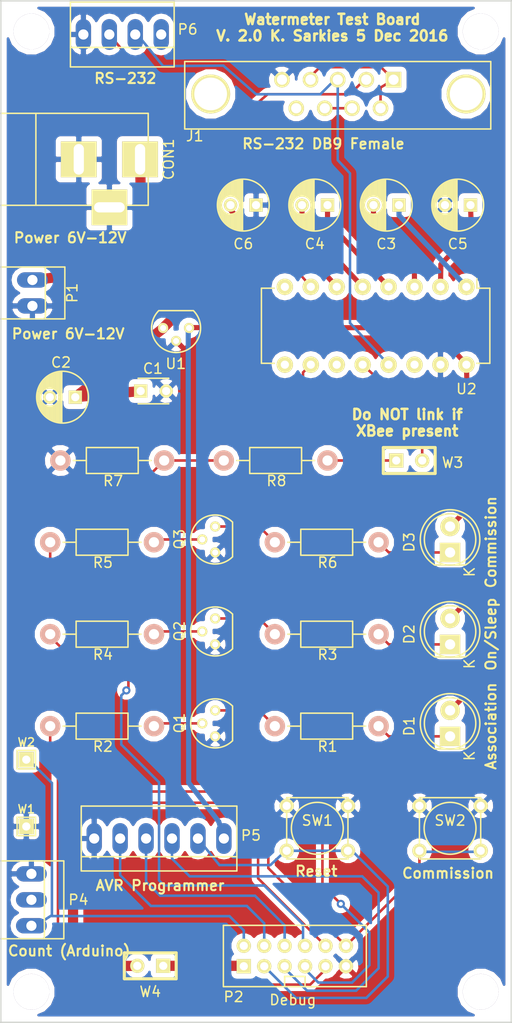
<source format=kicad_pcb>
(kicad_pcb (version 4) (host pcbnew 4.0.5-e0-6337~49~ubuntu14.04.1)
  (layers (0 F.Cu signal hide) (31 B.Cu signal hide) (34 B.Paste user hide) (35 F.Paste user hide) (36 B.SilkS user hide) (37 F.SilkS user) (38 B.Mask user hide) (39 F.Mask user hide) (44 Edge.Cuts user))
  (net 0 "")
  (net 1 /Battery)
  (net 2 Earth)
  (net 3 VCC)
  (net 4 "Net-(C3-Pad1)")
  (net 5 "Net-(C3-Pad2)")
  (net 6 "Net-(C4-Pad1)")
  (net 7 "Net-(C4-Pad2)")
  (net 8 "Net-(C5-Pad1)")
  (net 9 "Net-(C6-Pad2)")
  (net 10 "Net-(D1-Pad1)")
  (net 11 "Net-(D2-Pad1)")
  (net 12 "Net-(D3-Pad1)")
  (net 13 "Net-(J1-Pad1)")
  (net 14 "Net-(J1-Pad2)")
  (net 15 "Net-(J1-Pad3)")
  (net 16 "Net-(J1-Pad7)")
  (net 17 "Net-(J1-Pad9)")
  (net 18 /SCK)
  (net 19 /Reset)
  (net 20 /Tx)
  (net 21 /Commissioning)
  (net 22 /On_Sleep)
  (net 23 /Rx)
  (net 24 /MISO)
  (net 25 /MOSI)
  (net 26 /Count)
  (net 27 "Net-(Q1-Pad2)")
  (net 28 "Net-(Q1-Pad3)")
  (net 29 "Net-(Q2-Pad2)")
  (net 30 "Net-(Q2-Pad3)")
  (net 31 "Net-(Q3-Pad2)")
  (net 32 "Net-(Q3-Pad3)")
  (net 33 "Net-(R8-Pad1)")
  (net 34 "Net-(U2-Pad8)")
  (net 35 "Net-(U2-Pad9)")
  (net 36 "Net-(U2-Pad12)")
  (net 37 "Net-(U2-Pad14)")
  (net 38 "Net-(P6-Pad1)")
  (net 39 "Net-(P2-Pad9)")
  (net 40 "Net-(P4-Pad2)")
  (net 41 "Net-(U2-Pad11)")
  (net 42 "Net-(C1-Pad1)")
  (module Testboard:C_Disc_D3_P2.5 (layer F.Cu) (at 163.7 88.2)
    (fp_text reference C1 (at 1.2 -2.2 180) (layer F.SilkS))
    (fp_text value 0.1uF)
    (pad 1 thru_hole rect (at 0 0) (size 1.3 1.3) (drill 0.8) (layers *.Cu *.Mask F.SilkS) (net 42 "Net-(C1-Pad1)"))
    (pad 2 thru_hole circle (at 2.5 0) (size 1.3 1.3) (drill 0.8) (layers *.Cu *.Mask F.SilkS) (net 2 Earth))
  )
  (module Testboard:C_Radial_D5_L11_P2.5 (layer F.Cu) (at 157.3 88.8 180)
    (fp_text reference C2 (at 1.4 3.4 360) (layer F.SilkS))
    (fp_text value 10uF)
    (pad 1 thru_hole rect (at 0 0 180) (size 1.3 1.3) (drill 0.8) (layers *.Cu *.Mask F.SilkS) (net 42 "Net-(C1-Pad1)"))
    (pad 2 thru_hole circle (at 2.5 0 180) (size 1.3 1.3) (drill 0.8) (layers *.Cu *.Mask F.SilkS) (net 2 Earth))
  )
  (module Testboard:C_Radial_D5_L11_P2.5 (layer F.Cu) (at 189 70 180)
    (fp_text reference C3 (at 1.25 -3.8 180) (layer F.SilkS))
    (fp_text value 1uF)
    (pad 1 thru_hole rect (at 0 0 180) (size 1.3 1.3) (drill 0.8) (layers *.Cu *.Mask F.SilkS) (net 4 "Net-(C3-Pad1)"))
    (pad 2 thru_hole circle (at 2.5 0 180) (size 1.3 1.3) (drill 0.8) (layers *.Cu *.Mask F.SilkS) (net 5 "Net-(C3-Pad2)"))
  )
  (module Testboard:C_Radial_D5_L11_P2.5 (layer F.Cu) (at 182 70 180)
    (fp_text reference C4 (at 1.25 -3.8 180) (layer F.SilkS))
    (fp_text value 1uF)
    (pad 1 thru_hole rect (at 0 0 180) (size 1.3 1.3) (drill 0.8) (layers *.Cu *.Mask F.SilkS) (net 6 "Net-(C4-Pad1)"))
    (pad 2 thru_hole circle (at 2.5 0 180) (size 1.3 1.3) (drill 0.8) (layers *.Cu *.Mask F.SilkS) (net 7 "Net-(C4-Pad2)"))
  )
  (module Testboard:C_Radial_D5_L11_P2.5 (layer F.Cu) (at 196 70 180)
    (fp_text reference C5 (at 1.25 -3.8 180) (layer F.SilkS))
    (fp_text value 1uF)
    (pad 1 thru_hole rect (at 0 0 180) (size 1.3 1.3) (drill 0.8) (layers *.Cu *.Mask F.SilkS) (net 8 "Net-(C5-Pad1)"))
    (pad 2 thru_hole circle (at 2.5 0 180) (size 1.3 1.3) (drill 0.8) (layers *.Cu *.Mask F.SilkS) (net 2 Earth))
  )
  (module Testboard:C_Radial_D5_L11_P2.5 (layer F.Cu) (at 175 70 180)
    (fp_text reference C6 (at 1.25 -3.8 180) (layer F.SilkS))
    (fp_text value 1uF)
    (pad 1 thru_hole rect (at 0 0 180) (size 1.3 1.3) (drill 0.8) (layers *.Cu *.Mask F.SilkS) (net 2 Earth))
    (pad 2 thru_hole circle (at 2.5 0 180) (size 1.3 1.3) (drill 0.8) (layers *.Cu *.Mask F.SilkS) (net 9 "Net-(C6-Pad2)"))
  )
  (module Testboard:DIP-16_W7.62mm (layer F.Cu) (at 195.6 78 270)
    (fp_text reference U2 (at 10 0 360) (layer F.SilkS))
    (fp_text value MAX232)
    (pad 1 thru_hole oval (at 0 0 270) (size 1.6 1.6) (drill 0.8) (layers *.Cu *.Mask F.SilkS) (net 4 "Net-(C3-Pad1)"))
    (pad 2 thru_hole oval (at 0 2.54 270) (size 1.6 1.6) (drill 0.8) (layers *.Cu *.Mask F.SilkS) (net 8 "Net-(C5-Pad1)"))
    (pad 3 thru_hole oval (at 0 5.08 270) (size 1.6 1.6) (drill 0.8) (layers *.Cu *.Mask F.SilkS) (net 5 "Net-(C3-Pad2)"))
    (pad 4 thru_hole oval (at 0 7.62 270) (size 1.6 1.6) (drill 0.8) (layers *.Cu *.Mask F.SilkS) (net 6 "Net-(C4-Pad1)"))
    (pad 5 thru_hole oval (at 0 10.16 270) (size 1.6 1.6) (drill 0.8) (layers *.Cu *.Mask F.SilkS) (net 7 "Net-(C4-Pad2)"))
    (pad 6 thru_hole oval (at 0 12.7 270) (size 1.6 1.6) (drill 0.8) (layers *.Cu *.Mask F.SilkS) (net 9 "Net-(C6-Pad2)"))
    (pad 7 thru_hole oval (at 0 15.24 270) (size 1.6 1.6) (drill 0.8) (layers *.Cu *.Mask F.SilkS) (net 14 "Net-(J1-Pad2)"))
    (pad 8 thru_hole oval (at 0 17.78 270) (size 1.6 1.6) (drill 0.8) (layers *.Cu *.Mask F.SilkS) (net 34 "Net-(U2-Pad8)"))
    (pad 9 thru_hole oval (at 7.62 17.78 270) (size 1.6 1.6) (drill 0.8) (layers *.Cu *.Mask F.SilkS) (net 35 "Net-(U2-Pad9)"))
    (pad 10 thru_hole oval (at 7.62 15.24 270) (size 1.6 1.6) (drill 0.8) (layers *.Cu *.Mask F.SilkS) (net 20 /Tx))
    (pad 11 thru_hole oval (at 7.62 12.7 270) (size 1.6 1.6) (drill 0.8) (layers *.Cu *.Mask F.SilkS) (net 41 "Net-(U2-Pad11)"))
    (pad 12 thru_hole oval (at 7.62 10.16 270) (size 1.6 1.6) (drill 0.8) (layers *.Cu *.Mask F.SilkS) (net 36 "Net-(U2-Pad12)"))
    (pad 13 thru_hole oval (at 7.62 7.62 270) (size 1.6 1.6) (drill 0.8) (layers *.Cu *.Mask F.SilkS) (net 15 "Net-(J1-Pad3)"))
    (pad 14 thru_hole oval (at 7.62 5.08 270) (size 1.6 1.6) (drill 0.8) (layers *.Cu *.Mask F.SilkS) (net 37 "Net-(U2-Pad14)"))
    (pad 15 thru_hole oval (at 7.62 2.54 270) (size 1.6 1.6) (drill 0.8) (layers *.Cu *.Mask F.SilkS) (net 2 Earth))
    (pad 16 thru_hole oval (at 7.62 0 270) (size 1.6 1.6) (drill 0.8) (layers *.Cu *.Mask F.SilkS) (net 3 VCC))
  )
  (module Testboard:pin_header_2mm_2x6_shrouded (layer F.Cu) (at 178.8 143.5)
    (fp_text reference P2 (at -6 4) (layer F.SilkS))
    (fp_text value Debug (at -0.2 4.3) (layer F.SilkS))
    (pad 5 thru_hole circle (at -1 1) (size 1.4 1.4) (drill 0.8) (layers *.Cu *.Mask F.SilkS) (net 18 /SCK))
    (pad 3 thru_hole circle (at -3 1) (size 1.4 1.4) (drill 0.8) (layers *.Cu *.Mask F.SilkS) (net 19 /Reset))
    (pad 1 thru_hole rect (at -5 1) (size 1.4 1.4) (drill 0.8) (layers *.Cu *.Mask F.SilkS) (net 1 /Battery))
    (pad 7 thru_hole circle (at 1 1) (size 1.4 1.4) (drill 0.8) (layers *.Cu *.Mask F.SilkS) (net 20 /Tx))
    (pad 9 thru_hole circle (at 3 1) (size 1.4 1.4) (drill 0.8) (layers *.Cu *.Mask F.SilkS) (net 39 "Net-(P2-Pad9)"))
    (pad 11 thru_hole circle (at 5 1) (size 1.4 1.4) (drill 0.8) (layers *.Cu *.Mask F.SilkS) (net 2 Earth))
    (pad 12 thru_hole circle (at 5 -1) (size 1.4 1.4) (drill 0.8) (layers *.Cu *.Mask F.SilkS) (net 21 /Commissioning))
    (pad 10 thru_hole circle (at 3 -1) (size 1.4 1.4) (drill 0.8) (layers *.Cu *.Mask F.SilkS) (net 22 /On_Sleep))
    (pad 8 thru_hole circle (at 1 -1) (size 1.4 1.4) (drill 0.8) (layers *.Cu *.Mask F.SilkS) (net 23 /Rx))
    (pad 6 thru_hole circle (at -1 -1) (size 1.4 1.4) (drill 0.8) (layers *.Cu *.Mask F.SilkS) (net 24 /MISO))
    (pad 4 thru_hole circle (at -3 -1) (size 1.4 1.4) (drill 0.8) (layers *.Cu *.Mask F.SilkS) (net 25 /MOSI))
    (pad 2 thru_hole circle (at -5 -1) (size 1.4 1.4) (drill 0.8) (layers *.Cu *.Mask F.SilkS) (net 26 /Count))
  )
  (module Testboard:MountingHole_3-5mm (layer F.Cu) (at 153 53)
    (fp_text reference "" (at 0.2 3.4) (layer F.SilkS))
    (fp_text value MountingHole_3-5mm)
    (pad 1 thru_hole circle (at 0 0) (size 3.5 3.5) (drill 3.5) (layers))
  )
  (module Testboard:MountingHole_3-5mm (layer F.Cu) (at 153 147)
    (fp_text reference "" (at 0.1 -4) (layer F.SilkS))
    (fp_text value MountingHole_3-5mm)
    (pad 1 thru_hole circle (at 0 0) (size 3.5 3.5) (drill 3.5) (layers))
  )
  (module Testboard:MountingHole_3-5mm (layer F.Cu) (at 197 147)
    (fp_text reference "" (at 0 -4.50088) (layer F.SilkS))
    (fp_text value MountingHole_3-5mm)
    (pad 1 thru_hole circle (at 0 0) (size 3.5 3.5) (drill 3.5) (layers))
  )
  (module Testboard:MountingHole_3-5mm (layer F.Cu) (at 197 53)
    (fp_text reference "" (at 0 -4.50088) (layer F.SilkS))
    (fp_text value MountingHole_3-5mm)
    (pad 1 thru_hole circle (at 0 0) (size 3.5 3.5) (drill 3.5) (layers))
  )
  (module Testboard:DB9FD (layer F.Cu) (at 183 59.25)
    (fp_text reference J1 (at -14 4 180) (layer F.SilkS))
    (fp_text value "DB9 RS-232 Female")
    (pad 0 thru_hole circle (at -12.446 -0.127) (size 3.81 3.81) (drill 3.2) (layers *.Cu *.Mask F.SilkS))
    (pad 0 thru_hole circle (at 12.573 -0.127) (size 3.81 3.81) (drill 3.2) (layers *.Cu *.Mask F.SilkS))
    (pad 1 thru_hole rect (at 5.461 -1.524) (size 1.524 1.524) (drill 1) (layers *.Cu *.Mask F.SilkS) (net 13 "Net-(J1-Pad1)"))
    (pad 2 thru_hole circle (at 2.794 -1.524) (size 1.524 1.524) (drill 1) (layers *.Cu *.Mask F.SilkS) (net 14 "Net-(J1-Pad2)"))
    (pad 3 thru_hole circle (at 0 -1.524) (size 1.524 1.524) (drill 1) (layers *.Cu *.Mask F.SilkS) (net 15 "Net-(J1-Pad3)"))
    (pad 4 thru_hole circle (at -2.667 -1.524) (size 1.524 1.524) (drill 1) (layers *.Cu *.Mask F.SilkS) (net 13 "Net-(J1-Pad1)"))
    (pad 5 thru_hole circle (at -5.461 -1.524) (size 1.524 1.524) (drill 1) (layers *.Cu *.Mask F.SilkS) (net 2 Earth))
    (pad 6 thru_hole circle (at 4.191 1.27) (size 1.524 1.524) (drill 1) (layers *.Cu *.Mask F.SilkS) (net 13 "Net-(J1-Pad1)"))
    (pad 7 thru_hole circle (at 1.397 1.27) (size 1.524 1.524) (drill 1) (layers *.Cu *.Mask F.SilkS) (net 16 "Net-(J1-Pad7)"))
    (pad 8 thru_hole circle (at -1.27 1.27) (size 1.524 1.524) (drill 1) (layers *.Cu *.Mask F.SilkS) (net 16 "Net-(J1-Pad7)"))
    (pad 9 thru_hole circle (at -4.064 1.27) (size 1.524 1.524) (drill 1) (layers *.Cu *.Mask F.SilkS) (net 17 "Net-(J1-Pad9)"))
  )
  (module Testboard:Resistor_Horizontal_RM10mm (layer F.Cu) (at 182 95 180)
    (fp_text reference R8 (at 5 -2 180) (layer F.SilkS))
    (fp_text value 470)
    (pad 1 thru_hole circle (at 0 0 180) (size 1.99898 1.99898) (drill 1) (layers *.Cu *.SilkS *.Mask) (net 33 "Net-(R8-Pad1)"))
    (pad 2 thru_hole circle (at 10.16 0 180) (size 1.99898 1.99898) (drill 1) (layers *.Cu *.SilkS *.Mask) (net 23 /Rx))
  )
  (module Testboard:Resistor_Horizontal_RM10mm (layer F.Cu) (at 187 103 180)
    (fp_text reference R6 (at 5 -2 180) (layer F.SilkS))
    (fp_text value 470)
    (pad 1 thru_hole circle (at 0 0 180) (size 1.99898 1.99898) (drill 1) (layers *.Cu *.SilkS *.Mask) (net 12 "Net-(D3-Pad1)"))
    (pad 2 thru_hole circle (at 10.16 0 180) (size 1.99898 1.99898) (drill 1) (layers *.Cu *.SilkS *.Mask) (net 32 "Net-(Q3-Pad3)"))
  )
  (module Testboard:Resistor_Horizontal_RM10mm (layer F.Cu) (at 165 112 180)
    (fp_text reference R4 (at 5 -2 180) (layer F.SilkS))
    (fp_text value 10K)
    (pad 1 thru_hole circle (at 0 0 180) (size 1.99898 1.99898) (drill 1) (layers *.Cu *.SilkS *.Mask) (net 29 "Net-(Q2-Pad2)"))
    (pad 2 thru_hole circle (at 10.16 0 180) (size 1.99898 1.99898) (drill 1) (layers *.Cu *.SilkS *.Mask) (net 22 /On_Sleep))
  )
  (module Testboard:Resistor_Horizontal_RM10mm (layer F.Cu) (at 187 112 180)
    (fp_text reference R3 (at 5 -2 180) (layer F.SilkS))
    (fp_text value 470)
    (pad 1 thru_hole circle (at 0 0 180) (size 1.99898 1.99898) (drill 1) (layers *.Cu *.SilkS *.Mask) (net 11 "Net-(D2-Pad1)"))
    (pad 2 thru_hole circle (at 10.16 0 180) (size 1.99898 1.99898) (drill 1) (layers *.Cu *.SilkS *.Mask) (net 30 "Net-(Q2-Pad3)"))
  )
  (module Testboard:Resistor_Horizontal_RM10mm (layer F.Cu) (at 165 121 180)
    (fp_text reference R2 (at 5 -2 180) (layer F.SilkS))
    (fp_text value 10K)
    (pad 1 thru_hole circle (at 0 0 180) (size 1.99898 1.99898) (drill 1) (layers *.Cu *.SilkS *.Mask) (net 27 "Net-(Q1-Pad2)"))
    (pad 2 thru_hole circle (at 10.16 0 180) (size 1.99898 1.99898) (drill 1) (layers *.Cu *.SilkS *.Mask) (net 39 "Net-(P2-Pad9)"))
  )
  (module Testboard:Resistor_Horizontal_RM10mm (layer F.Cu) (at 187 121 180)
    (fp_text reference R1 (at 5 -2 180) (layer F.SilkS))
    (fp_text value 470)
    (pad 1 thru_hole circle (at 0 0 180) (size 1.99898 1.99898) (drill 1) (layers *.Cu *.SilkS *.Mask) (net 10 "Net-(D1-Pad1)"))
    (pad 2 thru_hole circle (at 10.16 0 180) (size 1.99898 1.99898) (drill 1) (layers *.Cu *.SilkS *.Mask) (net 28 "Net-(Q1-Pad3)"))
  )
  (module Testboard:SW_PUSH_TINY (layer F.Cu) (at 181 131)
    (fp_text reference SW1 (at 0 -0.762) (layer F.SilkS))
    (fp_text value Reset)
    (pad 1 thru_hole circle (at 3 -2.2) (size 1.397 1.397) (drill 0.8) (layers *.Cu *.Mask F.SilkS) (net 2 Earth))
    (pad 2 thru_hole circle (at 3 2.2) (size 1.397 1.397) (drill 0.8) (layers *.Cu *.Mask F.SilkS) (net 19 /Reset))
    (pad 1 thru_hole circle (at -3 -2.2) (size 1.397 1.397) (drill 0.8) (layers *.Cu *.Mask F.SilkS) (net 2 Earth))
    (pad 2 thru_hole circle (at -3 2.2) (size 1.397 1.397) (drill 0.8) (layers *.Cu *.Mask F.SilkS) (net 19 /Reset))
  )
  (module Testboard:SW_PUSH_TINY (layer F.Cu) (at 194 131)
    (fp_text reference SW2 (at 0 -0.762) (layer F.SilkS))
    (fp_text value Commissioning)
    (pad 1 thru_hole circle (at 3 -2.2) (size 1.397 1.397) (drill 0.8) (layers *.Cu *.Mask F.SilkS) (net 2 Earth))
    (pad 2 thru_hole circle (at 3 2.2) (size 1.397 1.397) (drill 0.8) (layers *.Cu *.Mask F.SilkS) (net 21 /Commissioning))
    (pad 1 thru_hole circle (at -3 -2.2) (size 1.397 1.397) (drill 0.8) (layers *.Cu *.Mask F.SilkS) (net 2 Earth))
    (pad 2 thru_hole circle (at -3 2.2) (size 1.397 1.397) (drill 0.8) (layers *.Cu *.Mask F.SilkS) (net 21 /Commissioning))
  )
  (module Testboard:PINHEAD1-3 (layer F.Cu) (at 153 138 270)
    (fp_text reference P4 (at 0 -4.6 360) (layer F.SilkS))
    (fp_text value Arduino)
    (pad 1 thru_hole oval (at -2.54 0 270) (size 1.50622 3.01498) (drill 1) (layers *.Cu *.Mask) (net 2 Earth))
    (pad 2 thru_hole oval (at 0 0 270) (size 1.50622 3.01498) (drill 1) (layers *.Cu *.Mask) (net 40 "Net-(P4-Pad2)"))
    (pad 3 thru_hole oval (at 2.54 0 270) (size 1.50622 3.01498) (drill 1) (layers *.Cu *.Mask) (net 26 /Count))
  )
  (module Testboard:PINHEAD1-4 (layer F.Cu) (at 161.9 53.3 180)
    (fp_text reference P6 (at -6.4 0.5 180) (layer F.SilkS))
    (fp_text value RS-232)
    (pad 4 thru_hole oval (at 3.81 0 180) (size 1.50622 3.01498) (drill 1) (layers *.Cu *.Mask) (net 2 Earth))
    (pad 1 thru_hole oval (at -3.81 0 180) (size 1.50622 3.01498) (drill 1) (layers *.Cu *.Mask) (net 38 "Net-(P6-Pad1)"))
    (pad 2 thru_hole oval (at -1.27 0 180) (size 1.50622 3.01498) (drill 1) (layers *.Cu *.Mask) (net 15 "Net-(J1-Pad3)"))
    (pad 3 thru_hole oval (at 1.27 0 180) (size 1.50622 3.01498) (drill 1) (layers *.Cu *.Mask) (net 14 "Net-(J1-Pad2)"))
  )
  (module Testboard:BARREL_JACK (layer F.Cu) (at 157.44 65.52)
    (fp_text reference CON1 (at 9 0 270) (layer F.SilkS))
    (fp_text value "Power 6V-12V")
    (pad 1 thru_hole rect (at 6.20014 0) (size 3.50012 3.50012) (drill oval 1 3) (layers *.Cu *.Mask F.SilkS) (net 42 "Net-(C1-Pad1)"))
    (pad 2 thru_hole rect (at 0.20066 0) (size 3.50012 3.50012) (drill oval 1 3) (layers *.Cu *.Mask F.SilkS) (net 2 Earth))
    (pad 3 thru_hole rect (at 3.2004 4.699) (size 3.50012 3.50012) (drill oval 3 1) (layers *.Cu *.Mask F.SilkS) (net 2 Earth))
  )
  (module Testboard:LED-5MM (layer F.Cu) (at 194 104 90)
    (fp_text reference D3 (at 1 -4 90) (layer F.SilkS))
    (fp_text value "Red LED")
    (fp_text user K (at -1.905 1.905 90) (layer F.SilkS))
    (pad 1 thru_hole rect (at 0 0 180) (size 2 1.9) (drill 1) (layers *.Cu *.Mask F.SilkS) (net 12 "Net-(D3-Pad1)"))
    (pad 2 thru_hole circle (at 2.54 0 90) (size 1.9 1.9) (drill 1) (layers *.Cu *.Mask F.SilkS) (net 3 VCC))
  )
  (module Testboard:LED-5MM (layer F.Cu) (at 194 113 90)
    (fp_text reference D2 (at 1 -4 90) (layer F.SilkS))
    (fp_text value "Green LED")
    (fp_text user K (at -1.905 1.905 90) (layer F.SilkS))
    (pad 1 thru_hole rect (at 0 0 180) (size 2 1.9) (drill 1) (layers *.Cu *.Mask F.SilkS) (net 11 "Net-(D2-Pad1)"))
    (pad 2 thru_hole circle (at 2.54 0 90) (size 1.9 1.9) (drill 1) (layers *.Cu *.Mask F.SilkS) (net 3 VCC))
  )
  (module Testboard:LED-5MM (layer F.Cu) (at 194 122 90)
    (fp_text reference D1 (at 1 -4 90) (layer F.SilkS))
    (fp_text value "Yellow LED")
    (fp_text user K (at -1.905 1.905 90) (layer F.SilkS))
    (pad 1 thru_hole rect (at 0 0 180) (size 2 1.9) (drill 1) (layers *.Cu *.Mask F.SilkS) (net 10 "Net-(D1-Pad1)"))
    (pad 2 thru_hole circle (at 2.54 0 90) (size 1.9 1.9) (drill 1) (layers *.Cu *.Mask F.SilkS) (net 3 VCC))
  )
  (module Testboard:SIL-2 (layer F.Cu) (at 190 95)
    (fp_text reference W3 (at 4.25 0.21) (layer F.SilkS))
    (fp_text value Jumper hide)
    (pad 1 thru_hole rect (at -1.27 0) (size 1.397 1.397) (drill 0.8) (layers *.Cu *.Mask F.SilkS) (net 33 "Net-(R8-Pad1)"))
    (pad 2 thru_hole circle (at 1.27 0) (size 1.397 1.397) (drill 0.8) (layers *.Cu *.Mask F.SilkS) (net 36 "Net-(U2-Pad12)"))
  )
  (module Testboard:Resistor_Horizontal_RM10mm (layer F.Cu) (at 166 95 180)
    (fp_text reference R7 (at 5 -2 180) (layer F.SilkS))
    (fp_text value 1K)
    (pad 1 thru_hole circle (at 0 0 180) (size 1.99898 1.99898) (drill 1) (layers *.Cu *.SilkS *.Mask) (net 23 /Rx))
    (pad 2 thru_hole circle (at 10.16 0 180) (size 1.99898 1.99898) (drill 1) (layers *.Cu *.SilkS *.Mask) (net 2 Earth))
  )
  (module Testboard:Resistor_Horizontal_RM10mm (layer F.Cu) (at 165 103 180)
    (fp_text reference R5 (at 5 -2 180) (layer F.SilkS))
    (fp_text value 10K)
    (pad 1 thru_hole circle (at 0 0 180) (size 1.99898 1.99898) (drill 1) (layers *.Cu *.SilkS *.Mask) (net 31 "Net-(Q3-Pad2)"))
    (pad 2 thru_hole circle (at 10.16 0 180) (size 1.99898 1.99898) (drill 1) (layers *.Cu *.SilkS *.Mask) (net 21 /Commissioning))
  )
  (module Testboard:PINHEAD1-2 (layer F.Cu) (at 153.1 78.6 270)
    (fp_text reference P1 (at 0 -3.9 270) (layer F.SilkS))
    (fp_text value "Power 6V-12V")
    (pad 1 thru_hole oval (at -1.27 0 270) (size 1.50622 3.01498) (drill 1) (layers *.Cu *.Mask) (net 42 "Net-(C1-Pad1)"))
    (pad 2 thru_hole oval (at 1.27 0 270) (size 1.50622 3.01498) (drill 1) (layers *.Cu *.Mask) (net 2 Earth))
  )
  (module Testboard:PINHEAD1-6 (layer F.Cu) (at 165.5 132)
    (fp_text reference P5 (at 9 -0.3) (layer F.SilkS))
    (fp_text value "AVR Programmer")
    (pad 1 thru_hole oval (at -6.35 0) (size 1.50622 3.01498) (drill 1) (layers *.Cu *.Mask) (net 2 Earth))
    (pad 2 thru_hole oval (at -3.81 0) (size 1.50622 3.01498) (drill 1) (layers *.Cu *.Mask) (net 25 /MOSI))
    (pad 3 thru_hole oval (at -1.27 0) (size 1.50622 3.01498) (drill 1) (layers *.Cu *.Mask) (net 24 /MISO))
    (pad 4 thru_hole oval (at 1.27 0) (size 1.50622 3.01498) (drill 1) (layers *.Cu *.Mask) (net 18 /SCK))
    (pad 5 thru_hole oval (at 3.81 0) (size 1.50622 3.01498) (drill 1) (layers *.Cu *.Mask) (net 19 /Reset))
    (pad 6 thru_hole oval (at 6.35 0) (size 1.50622 3.01498) (drill 1) (layers *.Cu *.Mask) (net 3 VCC))
  )
  (module Testboard:SIL-1 (layer F.Cu) (at 152.5 130.82)
    (fp_text reference W1 (at 0 -1.7) (layer F.SilkS) (effects (font (size 0.8 0.8))))
    (fp_text value TEST_1P hide)
    (pad 1 thru_hole rect (at 0 0) (size 1.5 1.5) (drill 0.8) (layers *.Cu *.Mask F.SilkS) (net 2 Earth))
  )
  (module Testboard:SIL-1 (layer F.Cu) (at 152.5 124.28)
    (fp_text reference W2 (at 0 -1.7) (layer F.SilkS) (effects (font (size 0.8 0.8))))
    (fp_text value TEST_1P hide)
    (pad 1 thru_hole rect (at 0 0) (size 1.5 1.5) (drill 0.8) (layers *.Cu *.Mask F.SilkS) (net 26 /Count))
  )
  (module Testboard:TO-92_Molded_Narrow (layer F.Cu) (at 171 104 90)
    (fp_text reference Q3 (at 1.3 -3.5 90) (layer F.SilkS))
    (fp_text value Commissioning)
    (pad 2 thru_hole circle (at 1.27 -1.27 180) (size 1.00076 1.00076) (drill 0.6) (layers *.Cu *.Mask F.SilkS) (net 31 "Net-(Q3-Pad2)"))
    (pad 3 thru_hole circle (at 2.54 0 180) (size 1.00076 1.00076) (drill 0.6) (layers *.Cu *.Mask F.SilkS) (net 32 "Net-(Q3-Pad3)"))
    (pad 1 thru_hole circle (at 0 0 180) (size 1.00076 1.00076) (drill 0.6) (layers *.Cu *.Mask F.SilkS) (net 2 Earth))
  )
  (module Testboard:TO-92_Molded_Narrow (layer F.Cu) (at 171 113 90)
    (fp_text reference Q2 (at 1.3 -3.5 90) (layer F.SilkS))
    (fp_text value On_Sleep)
    (pad 2 thru_hole circle (at 1.27 -1.27 180) (size 1.00076 1.00076) (drill 0.6) (layers *.Cu *.Mask F.SilkS) (net 29 "Net-(Q2-Pad2)"))
    (pad 3 thru_hole circle (at 2.54 0 180) (size 1.00076 1.00076) (drill 0.6) (layers *.Cu *.Mask F.SilkS) (net 30 "Net-(Q2-Pad3)"))
    (pad 1 thru_hole circle (at 0 0 180) (size 1.00076 1.00076) (drill 0.6) (layers *.Cu *.Mask F.SilkS) (net 2 Earth))
  )
  (module Testboard:TO-92_Molded_Narrow (layer F.Cu) (at 171 122 90)
    (fp_text reference Q1 (at 1.3 -3.5 90) (layer F.SilkS))
    (fp_text value Association)
    (pad 2 thru_hole circle (at 1.27 -1.27 180) (size 1.00076 1.00076) (drill 0.6) (layers *.Cu *.Mask F.SilkS) (net 27 "Net-(Q1-Pad2)"))
    (pad 3 thru_hole circle (at 2.54 0 180) (size 1.00076 1.00076) (drill 0.6) (layers *.Cu *.Mask F.SilkS) (net 28 "Net-(Q1-Pad3)"))
    (pad 1 thru_hole circle (at 0 0 180) (size 1.00076 1.00076) (drill 0.6) (layers *.Cu *.Mask F.SilkS) (net 2 Earth))
  )
  (module Testboard:TO-92_78L05 (layer F.Cu) (at 168.44 82.03 180)
    (fp_text reference U1 (at 1.3 -3.5 180) (layer F.SilkS))
    (fp_text value 78L05)
    (pad GND thru_hole circle (at 1.27 -1.27 270) (size 1.00076 1.00076) (drill 0.6) (layers *.Cu *.Mask F.SilkS) (net 2 Earth))
    (pad VI thru_hole circle (at 2.54 0 270) (size 1.00076 1.00076) (drill 0.6) (layers *.Cu *.Mask F.SilkS) (net 42 "Net-(C1-Pad1)"))
    (pad VO thru_hole circle (at 0 0 270) (size 1.00076 1.00076) (drill 0.6) (layers *.Cu *.Mask F.SilkS) (net 3 VCC))
  )
  (module Testboard:SIL-2 (layer F.Cu) (at 164.64 144.46 180)
    (fp_text reference W4 (at 0 -2.54 180) (layer F.SilkS))
    (fp_text value Jumper hide)
    (pad 1 thru_hole rect (at -1.27 0 180) (size 1.397 1.397) (drill 0.8) (layers *.Cu *.Mask F.SilkS) (net 1 /Battery))
    (pad 2 thru_hole circle (at 1.27 0 180) (size 1.397 1.397) (drill 0.8) (layers *.Cu *.Mask F.SilkS) (net 42 "Net-(C1-Pad1)"))
  )
  (gr_text "Do NOT link if\nXBee present" (at 189.8 91.3) (layer F.SilkS) (effects (font (size 1 1) (thickness 0.25))))
  (gr_text "Watermeter Test Board\nV. 2.0 K. Sarkies 5 Dec 2016" (at 182.47 52.63) (layer F.SilkS) (effects (font (size 1 1) (thickness 0.25))))
  (gr_text RS-232 (at 162.2 57.6) (layer F.SilkS) (effects (font (size 1 1) (thickness 0.2))))
  (gr_text "Power 6V-12V" (at 156.6 82.6) (layer F.SilkS) (effects (font (size 1 1) (thickness 0.2))))
  (gr_text Association (at 198 121 90) (layer F.SilkS) (effects (font (size 1 1) (thickness 0.2))))
  (gr_text On/Sleep (at 198 112 90) (layer F.SilkS) (effects (font (size 1 1) (thickness 0.2))))
  (gr_text Commission (at 198 103 90) (layer F.SilkS) (effects (font (size 1 1) (thickness 0.2))))
  (gr_text "Count (Arduino)" (at 156.7 143) (layer F.SilkS) (effects (font (size 1 1) (thickness 0.2))))
  (gr_text Reset (at 180.9 135.2) (layer F.SilkS) (effects (font (size 1 1) (thickness 0.2))))
  (gr_text Commission (at 193.8 135.4) (layer F.SilkS) (effects (font (size 1 1) (thickness 0.2))))
  (gr_text "AVR Programmer" (at 165.6 136.6) (layer F.SilkS) (effects (font (size 1 1) (thickness 0.2))))
  (gr_text "RS-232 DB9 Female" (at 181.6 64) (layer F.SilkS) (effects (font (size 1 1) (thickness 0.2))))
  (gr_text "Power 6V-12V" (at 156.8 73.2) (layer F.SilkS) (effects (font (size 1 1) (thickness 0.2))))
  (gr_line (start 150 150) (end 150 50) (angle 90) (layer Edge.Cuts) (width 0.15))
  (gr_line (start 200 150) (end 150 150) (angle 90) (layer Edge.Cuts) (width 0.15))
  (gr_line (start 200 50) (end 200 150) (angle 90) (layer Edge.Cuts) (width 0.15))
  (gr_line (start 150 50) (end 200 50) (angle 90) (layer Edge.Cuts) (width 0.15))
  (segment (start 165.91 144.46) (end 173.76 144.46) (width 1) (layer F.Cu) (net 1))
  (segment (start 173.76 144.46) (end 173.8 144.5) (width 1) (layer F.Cu) (net 1))
  (segment (start 168.36 88.85) (end 168.36 81.83) (width 0.5) (layer B.Cu) (net 3))
  (segment (start 168.43 81.99) (end 172.18 81.99) (width 0.5) (layer F.Cu) (net 3))
  (segment (start 172.18 81.99) (end 175 82) (width 0.5) (layer F.Cu) (net 3))
  (segment (start 175 82) (end 192.38 82) (width 0.5) (layer F.Cu) (net 3))
  (segment (start 171.85 132) (end 171.35 130.35) (width 0.5) (layer B.Cu) (net 3))
  (segment (start 171.35 130.35) (end 168.4 126.53) (width 0.5) (layer B.Cu) (net 3))
  (segment (start 168.4 126.53) (end 168.36 88.85) (width 0.5) (layer B.Cu) (net 3))
  (segment (start 196 108.46) (end 196 117.46) (width 0.5) (layer F.Cu) (net 3))
  (segment (start 196 117.46) (end 194 119.46) (width 0.5) (layer F.Cu) (net 3))
  (segment (start 196 99.46) (end 196 108.46) (width 0.5) (layer F.Cu) (net 3))
  (segment (start 196 108.46) (end 194 110.46) (width 0.5) (layer F.Cu) (net 3))
  (segment (start 195.6 85.62) (end 196 99.46) (width 0.5) (layer F.Cu) (net 3))
  (segment (start 196 99.46) (end 194 101.46) (width 0.5) (layer F.Cu) (net 3))
  (segment (start 192.38 82) (end 195.6 85.62) (width 0.5) (layer F.Cu) (net 3))
  (segment (start 189 70) (end 189 71) (width 0.5) (layer B.Cu) (net 4))
  (segment (start 189 71) (end 195.6 78) (width 0.5) (layer B.Cu) (net 4))
  (segment (start 186.5 70) (end 186.5 71.5) (width 0.5) (layer F.Cu) (net 5))
  (segment (start 186.5 71.5) (end 190.5 75.9) (width 0.5) (layer F.Cu) (net 5))
  (segment (start 190.5 75.9) (end 190.52 78) (width 0.5) (layer F.Cu) (net 5))
  (segment (start 182 70) (end 182 71.62) (width 0.5) (layer F.Cu) (net 6))
  (segment (start 182 71.62) (end 187.98 78) (width 0.5) (layer F.Cu) (net 6))
  (segment (start 179.5 70) (end 179.5 71.66) (width 0.5) (layer F.Cu) (net 7))
  (segment (start 179.5 71.66) (end 185.44 78) (width 0.5) (layer F.Cu) (net 7))
  (segment (start 196 70) (end 196.1 72.7) (width 0.5) (layer F.Cu) (net 8))
  (segment (start 196.1 72.7) (end 193.1 75.8) (width 0.5) (layer F.Cu) (net 8))
  (segment (start 193.1 75.8) (end 193.06 78) (width 0.5) (layer F.Cu) (net 8))
  (segment (start 172.5 70) (end 172.5 70.5) (width 0.25) (layer F.Cu) (net 9))
  (segment (start 172.5 70.5) (end 176 74) (width 0.5) (layer F.Cu) (net 9))
  (segment (start 179.3 74) (end 182.9 78) (width 0.5) (layer F.Cu) (net 9))
  (segment (start 176 74) (end 179.3 74) (width 0.5) (layer F.Cu) (net 9))
  (segment (start 194 122) (end 188 122) (width 0.25) (layer F.Cu) (net 10))
  (segment (start 188 122) (end 187 121) (width 0.25) (layer F.Cu) (net 10))
  (segment (start 194 113) (end 188 113) (width 0.25) (layer F.Cu) (net 11))
  (segment (start 188 113) (end 187 112) (width 0.25) (layer F.Cu) (net 11))
  (segment (start 194 104) (end 188 104) (width 0.25) (layer F.Cu) (net 12))
  (segment (start 188 104) (end 187 103) (width 0.25) (layer F.Cu) (net 12))
  (segment (start 180.333 57.726) (end 180.333 57.417) (width 0.25) (layer F.Cu) (net 13))
  (segment (start 180.333 57.417) (end 181.25 56.5) (width 0.25) (layer F.Cu) (net 13))
  (segment (start 181.25 56.5) (end 187.235 56.5) (width 0.25) (layer F.Cu) (net 13))
  (segment (start 187.235 56.5) (end 188.461 57.726) (width 0.25) (layer F.Cu) (net 13))
  (segment (start 187.191 60.52) (end 187.191 58.496) (width 0.25) (layer F.Cu) (net 13))
  (segment (start 187.191 58.496) (end 188.461 57.726) (width 0.25) (layer F.Cu) (net 13))
  (segment (start 185.794 57.726) (end 185.624 57.726) (width 0.25) (layer F.Cu) (net 14))
  (segment (start 185.624 57.726) (end 184.2 59.15) (width 0.25) (layer F.Cu) (net 14))
  (segment (start 170 64.5) (end 160.63 53.3) (width 0.25) (layer F.Cu) (net 14))
  (segment (start 176.131253 59.15) (end 170.003125 64.45) (width 0.25) (layer F.Cu) (net 14))
  (segment (start 184.2 59.15) (end 176.131253 59.15) (width 0.25) (layer F.Cu) (net 14))
  (segment (start 178.06 75.3) (end 180.36 78) (width 0.25) (layer F.Cu) (net 14))
  (segment (start 173.9 75.3) (end 178.06 75.3) (width 0.25) (layer F.Cu) (net 14))
  (segment (start 170 71.4) (end 173.9 75.3) (width 0.25) (layer F.Cu) (net 14))
  (segment (start 170 64.5) (end 170 71.4) (width 0.25) (layer F.Cu) (net 14))
  (segment (start 183 57.726) (end 182.724 57.726) (width 0.25) (layer B.Cu) (net 15))
  (segment (start 182.724 57.726) (end 181.3 59.15) (width 0.25) (layer B.Cu) (net 15))
  (segment (start 165.9 56.4) (end 163.17 53.05) (width 0.25) (layer B.Cu) (net 15))
  (segment (start 171.8 56.35) (end 165.9 56.4) (width 0.25) (layer B.Cu) (net 15))
  (segment (start 175 59.15) (end 171.8 56.35) (width 0.25) (layer B.Cu) (net 15))
  (segment (start 181.3 59.15) (end 175 59.15) (width 0.25) (layer B.Cu) (net 15))
  (segment (start 183 57.726) (end 183 65.6) (width 0.25) (layer B.Cu) (net 15))
  (segment (start 184.2 81.54) (end 187.98 85.62) (width 0.25) (layer B.Cu) (net 15))
  (segment (start 184.2 66.9) (end 184.2 81.54) (width 0.25) (layer B.Cu) (net 15))
  (segment (start 183 65.6) (end 184.2 66.9) (width 0.25) (layer B.Cu) (net 15))
  (segment (start 181.73 60.52) (end 184.397 60.52) (width 0.25) (layer F.Cu) (net 16))
  (segment (start 177.8 144.5) (end 177.8 144.7) (width 0.25) (layer B.Cu) (net 18))
  (segment (start 177.8 144.7) (end 180 146.9) (width 0.25) (layer B.Cu) (net 18))
  (segment (start 180 146.9) (end 184.8 146.9) (width 0.25) (layer B.Cu) (net 18))
  (segment (start 184.8 146.9) (end 187 144.7) (width 0.25) (layer B.Cu) (net 18))
  (segment (start 187 144.7) (end 187 137.3) (width 0.25) (layer B.Cu) (net 18))
  (segment (start 187 137.3) (end 185.4 135.7) (width 0.25) (layer B.Cu) (net 18))
  (segment (start 185.4 135.7) (end 168.5 135.7) (width 0.25) (layer B.Cu) (net 18))
  (segment (start 168.5 135.7) (end 166.77 133.97) (width 0.25) (layer B.Cu) (net 18))
  (segment (start 166.77 133.97) (end 166.77 132) (width 0.25) (layer B.Cu) (net 18))
  (segment (start 166.8 132.03) (end 166.77 132) (width 0.25) (layer B.Cu) (net 18))
  (segment (start 184 133.2) (end 184.4 133.2) (width 0.25) (layer B.Cu) (net 19))
  (segment (start 184.4 133.2) (end 187.9 136.7) (width 0.25) (layer B.Cu) (net 19))
  (segment (start 178.9 147.6) (end 175.8 144.5) (width 0.25) (layer B.Cu) (net 19))
  (segment (start 185.8 147.6) (end 178.9 147.6) (width 0.25) (layer B.Cu) (net 19))
  (segment (start 187.9 145.5) (end 185.8 147.6) (width 0.25) (layer B.Cu) (net 19))
  (segment (start 187.9 136.7) (end 187.9 145.5) (width 0.25) (layer B.Cu) (net 19))
  (segment (start 169.4 132.09) (end 169.31 132) (width 0.25) (layer B.Cu) (net 19))
  (segment (start 178 133.2) (end 184 133.2) (width 0.25) (layer B.Cu) (net 19))
  (segment (start 176.4 134.6) (end 171.41 134.6) (width 0.25) (layer B.Cu) (net 19))
  (segment (start 171.41 134.6) (end 169.31 132) (width 0.25) (layer B.Cu) (net 19))
  (segment (start 177.9 133.2) (end 176.4 134.6) (width 0.25) (layer B.Cu) (net 19))
  (segment (start 179.6 88.94) (end 179.6 86.38) (width 0.25) (layer F.Cu) (net 20))
  (segment (start 179.6 86.38) (end 180.36 85.62) (width 0.25) (layer F.Cu) (net 20))
  (segment (start 179.8 144.5) (end 179.8 144.8) (width 0.25) (layer B.Cu) (net 20))
  (segment (start 179.8 144.8) (end 181.1 146.1) (width 0.25) (layer B.Cu) (net 20))
  (segment (start 181.1 146.1) (end 184.4 146.1) (width 0.25) (layer B.Cu) (net 20))
  (segment (start 184.4 146.1) (end 186.1 144.4) (width 0.25) (layer B.Cu) (net 20))
  (segment (start 186.1 144.4) (end 186.1 141.2) (width 0.25) (layer B.Cu) (net 20))
  (segment (start 186.1 141.2) (end 183.3 138.4) (width 0.25) (layer B.Cu) (net 20))
  (via (at 183.3 138.4) (size 0.8) (drill 0.4) (layers F.Cu B.Cu) (net 20))
  (segment (start 183.3 138.4) (end 181.5 136.6) (width 0.25) (layer F.Cu) (net 20))
  (segment (start 181.5 136.6) (end 181.5 98.3) (width 0.25) (layer F.Cu) (net 20))
  (segment (start 181.5 98.3) (end 179.6 96.4) (width 0.25) (layer F.Cu) (net 20))
  (segment (start 179.6 96.4) (end 179.6 88.94) (width 0.25) (layer F.Cu) (net 20))
  (segment (start 179.6 88.94) (end 179.6 88.92) (width 0.25) (layer F.Cu) (net 20))
  (segment (start 154.84 109.35) (end 154.84 103) (width 0.25) (layer F.Cu) (net 21))
  (segment (start 154.84 109.31) (end 154.84 109.35) (width 0.25) (layer F.Cu) (net 21))
  (segment (start 154.84 109.35) (end 160 114.51) (width 0.25) (layer F.Cu) (net 21))
  (segment (start 160 114.51) (end 160 125.6) (width 0.25) (layer F.Cu) (net 21))
  (segment (start 160 125.6) (end 161.8 127.4) (width 0.25) (layer F.Cu) (net 21))
  (segment (start 161.8 127.4) (end 174.1 127.4) (width 0.25) (layer F.Cu) (net 21))
  (segment (start 174.1 127.4) (end 176.2 129.5) (width 0.25) (layer F.Cu) (net 21))
  (segment (start 176.2 129.5) (end 176.2 134.9) (width 0.25) (layer F.Cu) (net 21))
  (segment (start 176.2 134.9) (end 183.8 142.5) (width 0.25) (layer F.Cu) (net 21))
  (segment (start 191 133.2) (end 191 135.3) (width 0.25) (layer F.Cu) (net 21))
  (segment (start 191 135.3) (end 183.8 142.5) (width 0.25) (layer F.Cu) (net 21))
  (segment (start 197.1 133.3) (end 190.9 133.3) (width 0.25) (layer B.Cu) (net 21))
  (segment (start 154.84 112) (end 154.84 112.24) (width 0.25) (layer F.Cu) (net 22))
  (segment (start 154.84 112.24) (end 159.3 116.7) (width 0.25) (layer F.Cu) (net 22))
  (segment (start 159.3 116.7) (end 159.3 126) (width 0.25) (layer F.Cu) (net 22))
  (segment (start 159.3 126) (end 161.8 128.5) (width 0.25) (layer F.Cu) (net 22))
  (segment (start 161.8 128.5) (end 173.4 128.5) (width 0.25) (layer F.Cu) (net 22))
  (segment (start 173.4 128.5) (end 175.2 130.3) (width 0.25) (layer F.Cu) (net 22))
  (segment (start 175.2 130.3) (end 175.2 135.9) (width 0.25) (layer F.Cu) (net 22))
  (segment (start 175.2 135.9) (end 181.8 142.5) (width 0.25) (layer F.Cu) (net 22))
  (segment (start 161.8 122.8) (end 161.8 118) (width 0.25) (layer B.Cu) (net 23))
  (segment (start 166 136.6) (end 165.5 136.1) (width 0.25) (layer B.Cu) (net 23))
  (segment (start 165.5 136.1) (end 165.5 126.5) (width 0.25) (layer B.Cu) (net 23))
  (segment (start 165.5 126.5) (end 161.8 122.8) (width 0.25) (layer B.Cu) (net 23))
  (segment (start 179.6 142.3) (end 179.6 140.4) (width 0.25) (layer B.Cu) (net 23))
  (segment (start 179.6 140.4) (end 175.8 136.6) (width 0.25) (layer B.Cu) (net 23))
  (segment (start 175.8 136.6) (end 166 136.6) (width 0.25) (layer B.Cu) (net 23))
  (segment (start 162.5 98.5) (end 166 95) (width 0.25) (layer F.Cu) (net 23))
  (segment (start 162.5 117.3) (end 162.5 98.5) (width 0.25) (layer F.Cu) (net 23))
  (segment (start 162.3 117.5) (end 162.5 117.3) (width 0.25) (layer F.Cu) (net 23))
  (via (at 162.3 117.5) (size 0.8) (drill 0.4) (layers F.Cu B.Cu) (net 23))
  (segment (start 161.8 118) (end 162.3 117.5) (width 0.25) (layer B.Cu) (net 23))
  (segment (start 171.84 95) (end 166 95) (width 0.25) (layer F.Cu) (net 23))
  (segment (start 164.23 132) (end 164.23 136.23) (width 0.25) (layer B.Cu) (net 24))
  (segment (start 177.8 140.5) (end 177.8 142.5) (width 0.25) (layer B.Cu) (net 24))
  (segment (start 174.9 137.6) (end 177.8 140.5) (width 0.25) (layer B.Cu) (net 24))
  (segment (start 165.6 137.6) (end 174.9 137.6) (width 0.25) (layer B.Cu) (net 24))
  (segment (start 164.23 136.23) (end 165.6 137.6) (width 0.25) (layer B.Cu) (net 24))
  (segment (start 161.69 132) (end 161.69 135.59) (width 0.25) (layer B.Cu) (net 25))
  (segment (start 175.8 140.3) (end 175.8 142.5) (width 0.25) (layer B.Cu) (net 25))
  (segment (start 174.1 138.6) (end 175.8 140.3) (width 0.25) (layer B.Cu) (net 25))
  (segment (start 164.7 138.6) (end 174.1 138.6) (width 0.25) (layer B.Cu) (net 25))
  (segment (start 161.69 135.59) (end 164.7 138.6) (width 0.25) (layer B.Cu) (net 25))
  (segment (start 153 140.54) (end 153.42 140.54) (width 0.25) (layer B.Cu) (net 26))
  (segment (start 153.42 140.54) (end 155.01 139.5) (width 0.25) (layer B.Cu) (net 26))
  (segment (start 173.8 141) (end 173.8 142.5) (width 0.25) (layer B.Cu) (net 26))
  (segment (start 155.01 139.59) (end 172.4 139.6) (width 0.25) (layer B.Cu) (net 26))
  (segment (start 172.4 139.6) (end 173.8 141) (width 0.25) (layer B.Cu) (net 26))
  (segment (start 155.01 126.57) (end 155.01 139.5) (width 0.25) (layer B.Cu) (net 26))
  (segment (start 153 124.45) (end 153 124.55) (width 0.25) (layer B.Cu) (net 26))
  (segment (start 153 124.55) (end 155.01 126.57) (width 0.25) (layer B.Cu) (net 26))
  (segment (start 169.73 120.73) (end 165.27 120.73) (width 0.25) (layer F.Cu) (net 27))
  (segment (start 165.27 120.73) (end 165 121) (width 0.25) (layer F.Cu) (net 27))
  (segment (start 171 119.46) (end 175.3 119.46) (width 0.25) (layer F.Cu) (net 28))
  (segment (start 175.3 119.46) (end 176.84 121) (width 0.25) (layer F.Cu) (net 28))
  (segment (start 169.73 111.73) (end 165.27 111.73) (width 0.25) (layer F.Cu) (net 29))
  (segment (start 165.27 111.73) (end 165 112) (width 0.25) (layer F.Cu) (net 29))
  (segment (start 171 110.46) (end 175.3 110.46) (width 0.25) (layer F.Cu) (net 30))
  (segment (start 175.3 110.46) (end 176.84 112) (width 0.25) (layer F.Cu) (net 30))
  (segment (start 169.73 102.73) (end 165.27 102.73) (width 0.25) (layer F.Cu) (net 31))
  (segment (start 165.27 102.73) (end 165 103) (width 0.25) (layer F.Cu) (net 31))
  (segment (start 171 101.46) (end 175.3 101.46) (width 0.25) (layer F.Cu) (net 32))
  (segment (start 175.3 101.46) (end 176.84 103) (width 0.25) (layer F.Cu) (net 32))
  (segment (start 188.73 95) (end 182 95) (width 0.25) (layer F.Cu) (net 33))
  (segment (start 191.27 95) (end 191.27 91.05) (width 0.25) (layer F.Cu) (net 36))
  (segment (start 191.27 91.05) (end 185.44 85.62) (width 0.25) (layer F.Cu) (net 36))
  (segment (start 155.6 143.1) (end 158.8 146.3) (width 0.25) (layer F.Cu) (net 39))
  (segment (start 155.6 123.4) (end 155.6 143.1) (width 0.25) (layer F.Cu) (net 39))
  (segment (start 154.84 121) (end 154.84 122.64) (width 0.25) (layer F.Cu) (net 39))
  (segment (start 180.3 146.3) (end 181.6 145) (width 0.25) (layer F.Cu) (net 39))
  (segment (start 158.8 146.3) (end 180.3 146.3) (width 0.25) (layer F.Cu) (net 39))
  (segment (start 154.84 122.64) (end 155.6 123.4) (width 0.25) (layer F.Cu) (net 39))
  (segment (start 163.22 144.46) (end 159.7 144.5) (width 1) (layer F.Cu) (net 42))
  (segment (start 157.58 81.47) (end 157.62 76.72) (width 1) (layer F.Cu) (net 42))
  (segment (start 152.33 86.72) (end 157.58 81.47) (width 1) (layer F.Cu) (net 42))
  (segment (start 152.33 113.66) (end 152.33 86.72) (width 1) (layer F.Cu) (net 42))
  (segment (start 157.08 118.41) (end 152.33 113.66) (width 1) (layer F.Cu) (net 42))
  (segment (start 157.08 141.88) (end 157.08 118.41) (width 1) (layer F.Cu) (net 42))
  (segment (start 159.7 144.5) (end 157.08 141.88) (width 1) (layer F.Cu) (net 42))
  (segment (start 167.47 72.32) (end 168.1 72.32) (width 1) (layer F.Cu) (net 42))
  (segment (start 168.1 72.32) (end 170.55 74.77) (width 1) (layer F.Cu) (net 42))
  (segment (start 170.55 77.38) (end 165.9 82.03) (width 1) (layer F.Cu) (net 42))
  (segment (start 170.55 74.77) (end 170.55 77.38) (width 1) (layer F.Cu) (net 42))
  (segment (start 163.8 72.97) (end 163.8 73.3) (width 1) (layer F.Cu) (net 42))
  (segment (start 164.45 72.32) (end 163.8 72.97) (width 1) (layer F.Cu) (net 42))
  (segment (start 167.47 72.32) (end 164.45 72.32) (width 1) (layer F.Cu) (net 42))
  (segment (start 163.8 73.3) (end 160.2 76.4) (width 1) (layer F.Cu) (net 42))
  (segment (start 163.7 88.2) (end 157.3 88.8) (width 1) (layer F.Cu) (net 42))
  (segment (start 157.3 88.8) (end 157.4 88.9) (width 1) (layer F.Cu) (net 42))
  (segment (start 163.64014 65.52) (end 163.8 73.3) (width 1) (layer F.Cu) (net 42))
  (segment (start 160.2 76.4) (end 152.9 77.4) (width 1) (layer F.Cu) (net 42))
  (segment (start 165.89 82.07) (end 157.3 88.8) (width 1) (layer F.Cu) (net 42))
  (segment (start 157.3 88.8) (end 157.3 88.8) (width 1) (layer F.Cu) (net 42))
  (zone (net 2) (net_name Earth) (layer B.Cu) (connect_pads (clearance 0.508)) (min_thickness 0.254) (fill yes (arc_segments 16) (thermal_gap 0.508) (thermal_bridge_width 0.508))
    (polygon (pts (xy 145.5 47.8) (xy 207 47.8) (xy 206.2 154.6) (xy 144.7 155.4) (xy 145.4 47.6)))
  )
  (zone (net 2) (net_name Earth) (layer F.Cu) (connect_pads (clearance 0.508)) (min_thickness 0.254) (fill yes (arc_segments 16) (thermal_gap 0.508) (thermal_bridge_width 0.508))
    (polygon (pts (xy 206.648988 47.095705) (xy 206.8 46.9) (xy 206.800727 47.09715) (xy 207.1 47.1) (xy 206.80214 47.480598) (xy 207.2 155.4) (xy 143.5 156) (xy 144.1 46.5)))
  )
)
</source>
